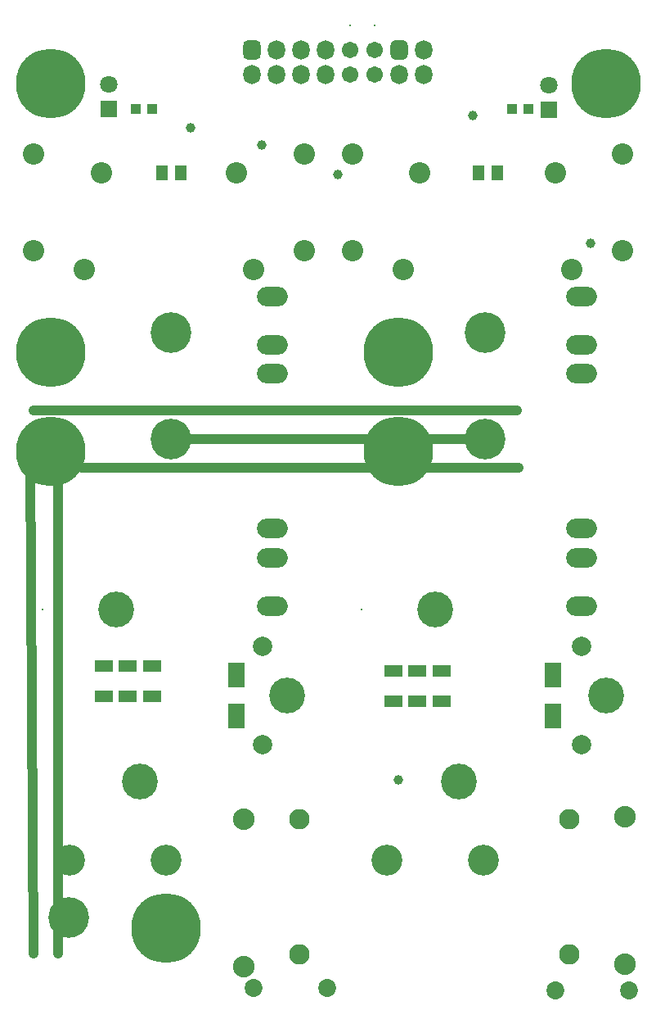
<source format=gbs>
G04 Layer_Color=16711935*
%FSLAX25Y25*%
%MOIN*%
G70*
G01*
G75*
%ADD10C,0.03937*%
%ADD49C,0.16548*%
%ADD50C,0.12611*%
%ADD51C,0.08300*%
%ADD52C,0.08800*%
%ADD53C,0.07300*%
%ADD54R,0.07099X0.07099*%
%ADD55C,0.08674*%
%ADD56C,0.14579*%
%ADD57C,0.07887*%
%ADD58C,0.00800*%
%ADD59R,0.06706X0.06706*%
%ADD60C,0.06706*%
%ADD61C,0.07099*%
%ADD62O,0.12611X0.07887*%
G04:AMPARAMS|DCode=63|XSize=70.99mil|YSize=78.87mil|CornerRadius=19.75mil|HoleSize=0mil|Usage=FLASHONLY|Rotation=180.000|XOffset=0mil|YOffset=0mil|HoleType=Round|Shape=RoundedRectangle|*
%AMROUNDEDRECTD63*
21,1,0.07099,0.03937,0,0,180.0*
21,1,0.03150,0.07887,0,0,180.0*
1,1,0.03950,-0.01575,0.01969*
1,1,0.03950,0.01575,0.01969*
1,1,0.03950,0.01575,-0.01969*
1,1,0.03950,-0.01575,-0.01969*
%
%ADD63ROUNDEDRECTD63*%
%ADD64O,0.07099X0.07887*%
%ADD65C,0.03398*%
%ADD66C,0.03950*%
%ADD67R,0.04934X0.06115*%
%ADD68R,0.07690X0.04737*%
%ADD69R,0.03950X0.04147*%
%ADD70R,0.06902X0.10052*%
%ADD71C,0.28359*%
D10*
X72835Y233268D02*
X185039D01*
X28543Y221457D02*
X206693D01*
X8858Y245079D02*
X205709D01*
X18701Y24016D02*
Y217520D01*
X7677Y225000D02*
X8859Y24016D01*
D49*
X64961Y233268D02*
D03*
Y276575D02*
D03*
X192914D02*
D03*
Y233268D02*
D03*
X23315Y38632D02*
D03*
X62685D02*
D03*
D50*
X152756Y61811D02*
D03*
X192126D02*
D03*
X23622D02*
D03*
X62992D02*
D03*
D51*
X117126Y23622D02*
D03*
Y78622D02*
D03*
X227362Y23622D02*
D03*
Y78622D02*
D03*
D52*
X94488Y18701D02*
D03*
Y78701D02*
D03*
X250000Y19685D02*
D03*
Y79685D02*
D03*
D53*
X98425Y9843D02*
D03*
X128425D02*
D03*
X251457Y8858D02*
D03*
X221457D02*
D03*
D54*
X219000Y367293D02*
D03*
X39508Y367539D02*
D03*
D55*
X8859Y310039D02*
D03*
X119095D02*
D03*
X8859Y349410D02*
D03*
X119095D02*
D03*
X159449Y302165D02*
D03*
X228347D02*
D03*
X166339Y341535D02*
D03*
X221457D02*
D03*
X91536D02*
D03*
X36418D02*
D03*
X98426Y302165D02*
D03*
X29528D02*
D03*
X138780Y310039D02*
D03*
X249016D02*
D03*
X138780Y349410D02*
D03*
X249016D02*
D03*
D56*
X182284Y93898D02*
D03*
X242126Y128937D02*
D03*
X172441Y163976D02*
D03*
X52363Y93898D02*
D03*
X112205Y128937D02*
D03*
X42520Y163976D02*
D03*
D57*
X232284Y149016D02*
D03*
Y108858D02*
D03*
X102363Y149016D02*
D03*
Y108858D02*
D03*
D58*
X142520Y163976D02*
D03*
X12599D02*
D03*
X137848Y391693D02*
D03*
X147848D02*
D03*
X137848Y381693D02*
D03*
X147848D02*
D03*
Y401693D02*
D03*
X137848D02*
D03*
D59*
X97848Y391693D02*
D03*
D60*
Y381693D02*
D03*
X107848Y391693D02*
D03*
Y381693D02*
D03*
X117848Y391693D02*
D03*
Y381693D02*
D03*
X127848Y391693D02*
D03*
Y381693D02*
D03*
X137848Y391693D02*
D03*
Y381693D02*
D03*
X147848Y391693D02*
D03*
Y381693D02*
D03*
X157848Y391693D02*
D03*
Y381693D02*
D03*
X167848Y391693D02*
D03*
Y381693D02*
D03*
D61*
X219000Y377293D02*
D03*
X39508Y377539D02*
D03*
D62*
X232283Y165354D02*
D03*
Y291339D02*
D03*
Y185039D02*
D03*
Y271654D02*
D03*
Y196850D02*
D03*
Y259842D02*
D03*
X106300Y165354D02*
D03*
Y291339D02*
D03*
Y185039D02*
D03*
Y271654D02*
D03*
Y196850D02*
D03*
Y259842D02*
D03*
D63*
X157848Y391693D02*
D03*
X97848D02*
D03*
D64*
X167848D02*
D03*
X157848Y381693D02*
D03*
X167848D02*
D03*
X127848D02*
D03*
Y391693D02*
D03*
X117848Y381693D02*
D03*
Y391693D02*
D03*
X97848Y381693D02*
D03*
X107848Y391693D02*
D03*
Y381693D02*
D03*
D65*
X161811Y258268D02*
D03*
X147047Y264370D02*
D03*
X153150Y279134D02*
D03*
X167913Y273031D02*
D03*
X147047D02*
D03*
X161811Y279134D02*
D03*
X167913Y264370D02*
D03*
X153150Y258268D02*
D03*
X246457Y367520D02*
D03*
X231693Y373622D02*
D03*
X237795Y388386D02*
D03*
X252559Y382283D02*
D03*
X231693D02*
D03*
X246457Y388386D02*
D03*
X252559Y373622D02*
D03*
X237795Y367520D02*
D03*
X20079D02*
D03*
X5315Y373622D02*
D03*
X11417Y388386D02*
D03*
X26181Y382283D02*
D03*
X5315D02*
D03*
X20079Y388386D02*
D03*
X26181Y373622D02*
D03*
X11417Y367520D02*
D03*
D66*
X157480Y94488D02*
D03*
X188000Y364830D02*
D03*
X133000Y341000D02*
D03*
X73000Y360000D02*
D03*
X236000Y313000D02*
D03*
X102000Y353000D02*
D03*
D67*
X68800Y341535D02*
D03*
X61122D02*
D03*
X197737Y341535D02*
D03*
X190059D02*
D03*
D68*
X175197Y126772D02*
D03*
Y138976D02*
D03*
X165354D02*
D03*
Y126772D02*
D03*
X155512D02*
D03*
Y138976D02*
D03*
X57087Y128740D02*
D03*
Y140945D02*
D03*
X47244D02*
D03*
Y128740D02*
D03*
X37402D02*
D03*
Y140945D02*
D03*
D69*
X210512Y367539D02*
D03*
X203819D02*
D03*
X50654Y367520D02*
D03*
X57346D02*
D03*
D70*
X220473Y120669D02*
D03*
Y137205D02*
D03*
X91536Y120669D02*
D03*
Y137205D02*
D03*
D71*
X157480Y268701D02*
D03*
X242126Y377953D02*
D03*
X15748D02*
D03*
Y228346D02*
D03*
X62992Y34449D02*
D03*
X157480Y228346D02*
D03*
X15748Y268701D02*
D03*
M02*

</source>
